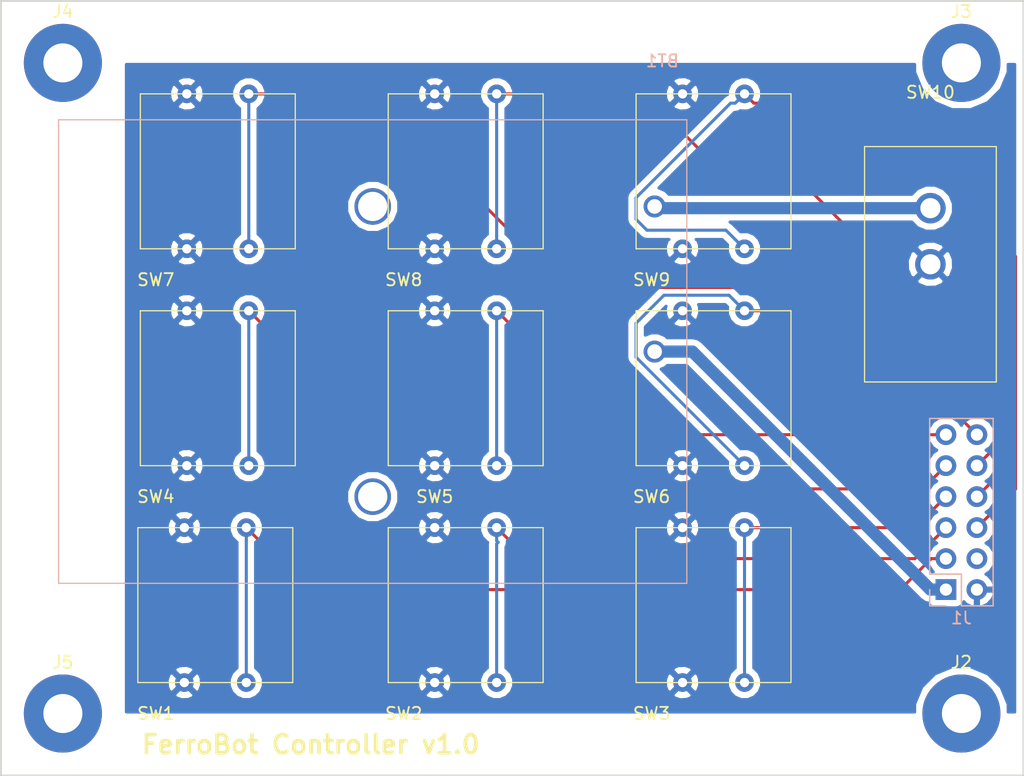
<source format=kicad_pcb>
(kicad_pcb (version 4) (host pcbnew 4.0.6)

  (general
    (links 39)
    (no_connects 18)
    (area 68.504999 111.684999 152.475001 175.335001)
    (thickness 1.6)
    (drawings 5)
    (tracks 67)
    (zones 0)
    (modules 16)
    (nets 18)
  )

  (page A4)
  (layers
    (0 F.Cu signal)
    (31 B.Cu signal)
    (32 B.Adhes user)
    (33 F.Adhes user)
    (34 B.Paste user)
    (35 F.Paste user)
    (36 B.SilkS user)
    (37 F.SilkS user)
    (38 B.Mask user)
    (39 F.Mask user)
    (40 Dwgs.User user)
    (41 Cmts.User user)
    (42 Eco1.User user)
    (43 Eco2.User user)
    (44 Edge.Cuts user)
    (45 Margin user)
    (46 B.CrtYd user)
    (47 F.CrtYd user)
    (48 B.Fab user)
    (49 F.Fab user)
  )

  (setup
    (last_trace_width 0.25)
    (trace_clearance 0.2)
    (zone_clearance 0.508)
    (zone_45_only no)
    (trace_min 0.2)
    (segment_width 0.2)
    (edge_width 0.15)
    (via_size 0.6)
    (via_drill 0.4)
    (via_min_size 0.4)
    (via_min_drill 0.3)
    (uvia_size 0.3)
    (uvia_drill 0.1)
    (uvias_allowed no)
    (uvia_min_size 0.2)
    (uvia_min_drill 0.1)
    (pcb_text_width 0.3)
    (pcb_text_size 1.5 1.5)
    (mod_edge_width 0.15)
    (mod_text_size 1 1)
    (mod_text_width 0.15)
    (pad_size 1.524 1.524)
    (pad_drill 0.762)
    (pad_to_mask_clearance 0.2)
    (aux_axis_origin 0 0)
    (visible_elements 7FFFFFFF)
    (pcbplotparams
      (layerselection 0x010f0_80000001)
      (usegerberextensions false)
      (excludeedgelayer true)
      (linewidth 0.100000)
      (plotframeref false)
      (viasonmask false)
      (mode 1)
      (useauxorigin false)
      (hpglpennumber 1)
      (hpglpenspeed 20)
      (hpglpendiameter 15)
      (hpglpenoverlay 2)
      (psnegative false)
      (psa4output false)
      (plotreference true)
      (plotvalue true)
      (plotinvisibletext false)
      (padsonsilk false)
      (subtractmaskfromsilk false)
      (outputformat 1)
      (mirror false)
      (drillshape 0)
      (scaleselection 1)
      (outputdirectory gerber))
  )

  (net 0 "")
  (net 1 BATTERY_OUT)
  (net 2 GND)
  (net 3 PWR)
  (net 4 MAGNET1)
  (net 5 "Net-(J1-Pad4)")
  (net 6 MAGNET2)
  (net 7 MAGNET9)
  (net 8 MAGNET3)
  (net 9 MAGNET8)
  (net 10 MAGNET4)
  (net 11 MAGNET7)
  (net 12 MAGNET5)
  (net 13 MAGNET6)
  (net 14 "Net-(J2-Pad1)")
  (net 15 "Net-(J3-Pad1)")
  (net 16 "Net-(J4-Pad1)")
  (net 17 "Net-(J5-Pad1)")

  (net_class Default "This is the default net class."
    (clearance 0.2)
    (trace_width 0.25)
    (via_dia 0.6)
    (via_drill 0.4)
    (uvia_dia 0.3)
    (uvia_drill 0.1)
    (add_net BATTERY_OUT)
    (add_net GND)
    (add_net MAGNET1)
    (add_net MAGNET2)
    (add_net MAGNET3)
    (add_net MAGNET4)
    (add_net MAGNET5)
    (add_net MAGNET6)
    (add_net MAGNET7)
    (add_net MAGNET8)
    (add_net MAGNET9)
    (add_net "Net-(J1-Pad4)")
    (add_net "Net-(J2-Pad1)")
    (add_net "Net-(J3-Pad1)")
    (add_net "Net-(J4-Pad1)")
    (add_net "Net-(J5-Pad1)")
    (add_net PWR)
  )

  (module WheelerLab:THREE_AAA_BATTERY_HOLDER (layer B.Cu) (tedit 5AE0EB1B) (tstamp 5AE1EF4B)
    (at 122.17 128.61)
    (path /5AE0FCB9)
    (fp_text reference BT1 (at 0.635 -11.93) (layer B.SilkS)
      (effects (font (size 1 1) (thickness 0.15)) (justify mirror))
    )
    (fp_text value Battery (at 0.635 -10.93) (layer B.Fab)
      (effects (font (size 1 1) (thickness 0.15)) (justify mirror))
    )
    (fp_line (start 2.64 30.895) (end 2.64 -7.105) (layer B.SilkS) (width 0.1))
    (fp_line (start -48.86 30.895) (end 2.64 30.895) (layer B.SilkS) (width 0.1))
    (fp_line (start -48.86 -7.105) (end -48.86 30.895) (layer B.SilkS) (width 0.1))
    (fp_line (start 2.64 -7.105) (end -48.86 -7.105) (layer B.SilkS) (width 0.1))
    (pad 1 thru_hole circle (at 0 0) (size 1.8 1.8) (drill 1.2) (layers *.Cu *.Mask)
      (net 1 BATTERY_OUT))
    (pad 2 thru_hole circle (at 0 11.9) (size 1.8 1.8) (drill 1.2) (layers *.Cu *.Mask)
      (net 2 GND))
    (pad "" np_thru_hole circle (at -23.11 0) (size 3 3) (drill 2.4) (layers *.Cu *.Mask))
    (pad "" np_thru_hole circle (at -23.11 23.79) (size 3 3) (drill 2.4) (layers *.Cu *.Mask))
  )

  (module Pin_Headers:Pin_Header_Straight_2x06_Pitch2.54mm (layer B.Cu) (tedit 59650532) (tstamp 5AE1EF5B)
    (at 146.05 160.02)
    (descr "Through hole straight pin header, 2x06, 2.54mm pitch, double rows")
    (tags "Through hole pin header THT 2x06 2.54mm double row")
    (path /5AE0E381)
    (fp_text reference J1 (at 1.27 2.33) (layer B.SilkS)
      (effects (font (size 1 1) (thickness 0.15)) (justify mirror))
    )
    (fp_text value CONN_02X06 (at 1.27 -15.03) (layer B.Fab)
      (effects (font (size 1 1) (thickness 0.15)) (justify mirror))
    )
    (fp_line (start 0 1.27) (end 3.81 1.27) (layer B.Fab) (width 0.1))
    (fp_line (start 3.81 1.27) (end 3.81 -13.97) (layer B.Fab) (width 0.1))
    (fp_line (start 3.81 -13.97) (end -1.27 -13.97) (layer B.Fab) (width 0.1))
    (fp_line (start -1.27 -13.97) (end -1.27 0) (layer B.Fab) (width 0.1))
    (fp_line (start -1.27 0) (end 0 1.27) (layer B.Fab) (width 0.1))
    (fp_line (start -1.33 -14.03) (end 3.87 -14.03) (layer B.SilkS) (width 0.12))
    (fp_line (start -1.33 -1.27) (end -1.33 -14.03) (layer B.SilkS) (width 0.12))
    (fp_line (start 3.87 1.33) (end 3.87 -14.03) (layer B.SilkS) (width 0.12))
    (fp_line (start -1.33 -1.27) (end 1.27 -1.27) (layer B.SilkS) (width 0.12))
    (fp_line (start 1.27 -1.27) (end 1.27 1.33) (layer B.SilkS) (width 0.12))
    (fp_line (start 1.27 1.33) (end 3.87 1.33) (layer B.SilkS) (width 0.12))
    (fp_line (start -1.33 0) (end -1.33 1.33) (layer B.SilkS) (width 0.12))
    (fp_line (start -1.33 1.33) (end 0 1.33) (layer B.SilkS) (width 0.12))
    (fp_line (start -1.8 1.8) (end -1.8 -14.5) (layer B.CrtYd) (width 0.05))
    (fp_line (start -1.8 -14.5) (end 4.35 -14.5) (layer B.CrtYd) (width 0.05))
    (fp_line (start 4.35 -14.5) (end 4.35 1.8) (layer B.CrtYd) (width 0.05))
    (fp_line (start 4.35 1.8) (end -1.8 1.8) (layer B.CrtYd) (width 0.05))
    (fp_text user %R (at 1.27 -6.35 270) (layer B.Fab)
      (effects (font (size 1 1) (thickness 0.15)) (justify mirror))
    )
    (pad 1 thru_hole rect (at 0 0) (size 1.7 1.7) (drill 1) (layers *.Cu *.Mask)
      (net 2 GND))
    (pad 2 thru_hole oval (at 2.54 0) (size 1.7 1.7) (drill 1) (layers *.Cu *.Mask)
      (net 3 PWR))
    (pad 3 thru_hole oval (at 0 -2.54) (size 1.7 1.7) (drill 1) (layers *.Cu *.Mask)
      (net 4 MAGNET1))
    (pad 4 thru_hole oval (at 2.54 -2.54) (size 1.7 1.7) (drill 1) (layers *.Cu *.Mask)
      (net 5 "Net-(J1-Pad4)"))
    (pad 5 thru_hole oval (at 0 -5.08) (size 1.7 1.7) (drill 1) (layers *.Cu *.Mask)
      (net 6 MAGNET2))
    (pad 6 thru_hole oval (at 2.54 -5.08) (size 1.7 1.7) (drill 1) (layers *.Cu *.Mask)
      (net 7 MAGNET9))
    (pad 7 thru_hole oval (at 0 -7.62) (size 1.7 1.7) (drill 1) (layers *.Cu *.Mask)
      (net 8 MAGNET3))
    (pad 8 thru_hole oval (at 2.54 -7.62) (size 1.7 1.7) (drill 1) (layers *.Cu *.Mask)
      (net 9 MAGNET8))
    (pad 9 thru_hole oval (at 0 -10.16) (size 1.7 1.7) (drill 1) (layers *.Cu *.Mask)
      (net 10 MAGNET4))
    (pad 10 thru_hole oval (at 2.54 -10.16) (size 1.7 1.7) (drill 1) (layers *.Cu *.Mask)
      (net 11 MAGNET7))
    (pad 11 thru_hole oval (at 0 -12.7) (size 1.7 1.7) (drill 1) (layers *.Cu *.Mask)
      (net 12 MAGNET5))
    (pad 12 thru_hole oval (at 2.54 -12.7) (size 1.7 1.7) (drill 1) (layers *.Cu *.Mask)
      (net 13 MAGNET6))
    (model ${KISYS3DMOD}/Pin_Headers.3dshapes/Pin_Header_Straight_2x06_Pitch2.54mm.wrl
      (at (xyz 0 0 0))
      (scale (xyz 1 1 1))
      (rotate (xyz 0 0 0))
    )
  )

  (module Mounting_Holes:MountingHole_3.2mm_M3_Pad (layer F.Cu) (tedit 56D1B4CB) (tstamp 5AE1EF60)
    (at 147.32 170.18)
    (descr "Mounting Hole 3.2mm, M3")
    (tags "mounting hole 3.2mm m3")
    (path /5AE1F10D)
    (attr virtual)
    (fp_text reference J2 (at 0 -4.2) (layer F.SilkS)
      (effects (font (size 1 1) (thickness 0.15)))
    )
    (fp_text value CONN_01X01 (at 0 4.2) (layer F.Fab)
      (effects (font (size 1 1) (thickness 0.15)))
    )
    (fp_text user %R (at 0.3 0) (layer F.Fab)
      (effects (font (size 1 1) (thickness 0.15)))
    )
    (fp_circle (center 0 0) (end 3.2 0) (layer Cmts.User) (width 0.15))
    (fp_circle (center 0 0) (end 3.45 0) (layer F.CrtYd) (width 0.05))
    (pad 1 thru_hole circle (at 0 0) (size 6.4 6.4) (drill 3.2) (layers *.Cu *.Mask)
      (net 14 "Net-(J2-Pad1)"))
  )

  (module Mounting_Holes:MountingHole_3.2mm_M3_Pad (layer F.Cu) (tedit 56D1B4CB) (tstamp 5AE1EF65)
    (at 147.32 116.84)
    (descr "Mounting Hole 3.2mm, M3")
    (tags "mounting hole 3.2mm m3")
    (path /5AE1F168)
    (attr virtual)
    (fp_text reference J3 (at 0 -4.2) (layer F.SilkS)
      (effects (font (size 1 1) (thickness 0.15)))
    )
    (fp_text value CONN_01X01 (at 0 4.2) (layer F.Fab)
      (effects (font (size 1 1) (thickness 0.15)))
    )
    (fp_text user %R (at 0.3 0) (layer F.Fab)
      (effects (font (size 1 1) (thickness 0.15)))
    )
    (fp_circle (center 0 0) (end 3.2 0) (layer Cmts.User) (width 0.15))
    (fp_circle (center 0 0) (end 3.45 0) (layer F.CrtYd) (width 0.05))
    (pad 1 thru_hole circle (at 0 0) (size 6.4 6.4) (drill 3.2) (layers *.Cu *.Mask)
      (net 15 "Net-(J3-Pad1)"))
  )

  (module Mounting_Holes:MountingHole_3.2mm_M3_Pad (layer F.Cu) (tedit 56D1B4CB) (tstamp 5AE1EF6A)
    (at 73.66 116.84)
    (descr "Mounting Hole 3.2mm, M3")
    (tags "mounting hole 3.2mm m3")
    (path /5AE1F197)
    (attr virtual)
    (fp_text reference J4 (at 0 -4.2) (layer F.SilkS)
      (effects (font (size 1 1) (thickness 0.15)))
    )
    (fp_text value CONN_01X01 (at 0 4.2) (layer F.Fab)
      (effects (font (size 1 1) (thickness 0.15)))
    )
    (fp_text user %R (at 0.3 0) (layer F.Fab)
      (effects (font (size 1 1) (thickness 0.15)))
    )
    (fp_circle (center 0 0) (end 3.2 0) (layer Cmts.User) (width 0.15))
    (fp_circle (center 0 0) (end 3.45 0) (layer F.CrtYd) (width 0.05))
    (pad 1 thru_hole circle (at 0 0) (size 6.4 6.4) (drill 3.2) (layers *.Cu *.Mask)
      (net 16 "Net-(J4-Pad1)"))
  )

  (module Mounting_Holes:MountingHole_3.2mm_M3_Pad (layer F.Cu) (tedit 56D1B4CB) (tstamp 5AE1EF6F)
    (at 73.66 170.18)
    (descr "Mounting Hole 3.2mm, M3")
    (tags "mounting hole 3.2mm m3")
    (path /5AE1F208)
    (attr virtual)
    (fp_text reference J5 (at 0 -4.2) (layer F.SilkS)
      (effects (font (size 1 1) (thickness 0.15)))
    )
    (fp_text value CONN_01X01 (at 0 4.2) (layer F.Fab)
      (effects (font (size 1 1) (thickness 0.15)))
    )
    (fp_text user %R (at 0.3 0) (layer F.Fab)
      (effects (font (size 1 1) (thickness 0.15)))
    )
    (fp_circle (center 0 0) (end 3.2 0) (layer Cmts.User) (width 0.15))
    (fp_circle (center 0 0) (end 3.45 0) (layer F.CrtYd) (width 0.05))
    (pad 1 thru_hole circle (at 0 0) (size 6.4 6.4) (drill 3.2) (layers *.Cu *.Mask)
      (net 17 "Net-(J5-Pad1)"))
  )

  (module WheelerLab:ADAFRUIT_SQUARE_BUTTON (layer F.Cu) (tedit 5AE1EA21) (tstamp 5AE1EF7B)
    (at 86.1568 167.64)
    (path /5AE0E504)
    (fp_text reference SW1 (at -4.8768 2.54) (layer F.SilkS)
      (effects (font (size 1 1) (thickness 0.15)))
    )
    (fp_text value Button (at 0 2.54) (layer F.Fab)
      (effects (font (size 1 1) (thickness 0.15)))
    )
    (fp_line (start 6.35 -12.7) (end 6.35 0) (layer F.SilkS) (width 0.1))
    (fp_line (start -6.35 -12.7) (end 6.35 -12.7) (layer F.SilkS) (width 0.1))
    (fp_line (start -6.35 0) (end -6.35 -12.7) (layer F.SilkS) (width 0.1))
    (fp_line (start 6.35 0) (end -6.35 0) (layer F.SilkS) (width 0.1))
    (pad 1 thru_hole circle (at -2.54 0) (size 1.524 1.524) (drill 0.762) (layers *.Cu *.Mask)
      (net 3 PWR))
    (pad 2 thru_hole circle (at 2.54 0) (size 1.524 1.524) (drill 0.762) (layers *.Cu *.Mask)
      (net 4 MAGNET1))
    (pad 3 thru_hole circle (at 2.54 -12.7) (size 1.524 1.524) (drill 0.762) (layers *.Cu *.Mask)
      (net 4 MAGNET1))
    (pad 4 thru_hole circle (at -2.54 -12.7) (size 1.524 1.524) (drill 0.762) (layers *.Cu *.Mask)
      (net 3 PWR))
  )

  (module WheelerLab:ADAFRUIT_SQUARE_BUTTON (layer F.Cu) (tedit 5AE1EA21) (tstamp 5AE1EF87)
    (at 106.68 167.64)
    (path /5AE0E571)
    (fp_text reference SW2 (at -5.08 2.54) (layer F.SilkS)
      (effects (font (size 1 1) (thickness 0.15)))
    )
    (fp_text value Button (at 0 2.54) (layer F.Fab)
      (effects (font (size 1 1) (thickness 0.15)))
    )
    (fp_line (start 6.35 -12.7) (end 6.35 0) (layer F.SilkS) (width 0.1))
    (fp_line (start -6.35 -12.7) (end 6.35 -12.7) (layer F.SilkS) (width 0.1))
    (fp_line (start -6.35 0) (end -6.35 -12.7) (layer F.SilkS) (width 0.1))
    (fp_line (start 6.35 0) (end -6.35 0) (layer F.SilkS) (width 0.1))
    (pad 1 thru_hole circle (at -2.54 0) (size 1.524 1.524) (drill 0.762) (layers *.Cu *.Mask)
      (net 3 PWR))
    (pad 2 thru_hole circle (at 2.54 0) (size 1.524 1.524) (drill 0.762) (layers *.Cu *.Mask)
      (net 6 MAGNET2))
    (pad 3 thru_hole circle (at 2.54 -12.7) (size 1.524 1.524) (drill 0.762) (layers *.Cu *.Mask)
      (net 6 MAGNET2))
    (pad 4 thru_hole circle (at -2.54 -12.7) (size 1.524 1.524) (drill 0.762) (layers *.Cu *.Mask)
      (net 3 PWR))
  )

  (module WheelerLab:ADAFRUIT_SQUARE_BUTTON (layer F.Cu) (tedit 5AE1EA21) (tstamp 5AE1EF93)
    (at 127 167.64)
    (path /5AE0E5D8)
    (fp_text reference SW3 (at -5.08 2.54) (layer F.SilkS)
      (effects (font (size 1 1) (thickness 0.15)))
    )
    (fp_text value Button (at 0 2.54) (layer F.Fab)
      (effects (font (size 1 1) (thickness 0.15)))
    )
    (fp_line (start 6.35 -12.7) (end 6.35 0) (layer F.SilkS) (width 0.1))
    (fp_line (start -6.35 -12.7) (end 6.35 -12.7) (layer F.SilkS) (width 0.1))
    (fp_line (start -6.35 0) (end -6.35 -12.7) (layer F.SilkS) (width 0.1))
    (fp_line (start 6.35 0) (end -6.35 0) (layer F.SilkS) (width 0.1))
    (pad 1 thru_hole circle (at -2.54 0) (size 1.524 1.524) (drill 0.762) (layers *.Cu *.Mask)
      (net 3 PWR))
    (pad 2 thru_hole circle (at 2.54 0) (size 1.524 1.524) (drill 0.762) (layers *.Cu *.Mask)
      (net 8 MAGNET3))
    (pad 3 thru_hole circle (at 2.54 -12.7) (size 1.524 1.524) (drill 0.762) (layers *.Cu *.Mask)
      (net 8 MAGNET3))
    (pad 4 thru_hole circle (at -2.54 -12.7) (size 1.524 1.524) (drill 0.762) (layers *.Cu *.Mask)
      (net 3 PWR))
  )

  (module WheelerLab:ADAFRUIT_SQUARE_BUTTON (layer F.Cu) (tedit 5AE1EA21) (tstamp 5AE1EF9F)
    (at 86.36 149.86)
    (path /5AE0E9DE)
    (fp_text reference SW4 (at -5.08 2.54) (layer F.SilkS)
      (effects (font (size 1 1) (thickness 0.15)))
    )
    (fp_text value Button (at 0 2.54) (layer F.Fab)
      (effects (font (size 1 1) (thickness 0.15)))
    )
    (fp_line (start 6.35 -12.7) (end 6.35 0) (layer F.SilkS) (width 0.1))
    (fp_line (start -6.35 -12.7) (end 6.35 -12.7) (layer F.SilkS) (width 0.1))
    (fp_line (start -6.35 0) (end -6.35 -12.7) (layer F.SilkS) (width 0.1))
    (fp_line (start 6.35 0) (end -6.35 0) (layer F.SilkS) (width 0.1))
    (pad 1 thru_hole circle (at -2.54 0) (size 1.524 1.524) (drill 0.762) (layers *.Cu *.Mask)
      (net 3 PWR))
    (pad 2 thru_hole circle (at 2.54 0) (size 1.524 1.524) (drill 0.762) (layers *.Cu *.Mask)
      (net 10 MAGNET4))
    (pad 3 thru_hole circle (at 2.54 -12.7) (size 1.524 1.524) (drill 0.762) (layers *.Cu *.Mask)
      (net 10 MAGNET4))
    (pad 4 thru_hole circle (at -2.54 -12.7) (size 1.524 1.524) (drill 0.762) (layers *.Cu *.Mask)
      (net 3 PWR))
  )

  (module WheelerLab:ADAFRUIT_SQUARE_BUTTON (layer F.Cu) (tedit 5AE1EA21) (tstamp 5AE1EFAB)
    (at 106.68 149.86)
    (path /5AE0E9E4)
    (fp_text reference SW5 (at -2.54 2.54) (layer F.SilkS)
      (effects (font (size 1 1) (thickness 0.15)))
    )
    (fp_text value Button (at 2.54 2.54) (layer F.Fab)
      (effects (font (size 1 1) (thickness 0.15)))
    )
    (fp_line (start 6.35 -12.7) (end 6.35 0) (layer F.SilkS) (width 0.1))
    (fp_line (start -6.35 -12.7) (end 6.35 -12.7) (layer F.SilkS) (width 0.1))
    (fp_line (start -6.35 0) (end -6.35 -12.7) (layer F.SilkS) (width 0.1))
    (fp_line (start 6.35 0) (end -6.35 0) (layer F.SilkS) (width 0.1))
    (pad 1 thru_hole circle (at -2.54 0) (size 1.524 1.524) (drill 0.762) (layers *.Cu *.Mask)
      (net 3 PWR))
    (pad 2 thru_hole circle (at 2.54 0) (size 1.524 1.524) (drill 0.762) (layers *.Cu *.Mask)
      (net 12 MAGNET5))
    (pad 3 thru_hole circle (at 2.54 -12.7) (size 1.524 1.524) (drill 0.762) (layers *.Cu *.Mask)
      (net 12 MAGNET5))
    (pad 4 thru_hole circle (at -2.54 -12.7) (size 1.524 1.524) (drill 0.762) (layers *.Cu *.Mask)
      (net 3 PWR))
  )

  (module WheelerLab:ADAFRUIT_SQUARE_BUTTON (layer F.Cu) (tedit 5AE1EA21) (tstamp 5AE1EFB7)
    (at 127 149.86)
    (path /5AE0E9EA)
    (fp_text reference SW6 (at -5.08 2.54) (layer F.SilkS)
      (effects (font (size 1 1) (thickness 0.15)))
    )
    (fp_text value Button (at 0 2.54) (layer F.Fab)
      (effects (font (size 1 1) (thickness 0.15)))
    )
    (fp_line (start 6.35 -12.7) (end 6.35 0) (layer F.SilkS) (width 0.1))
    (fp_line (start -6.35 -12.7) (end 6.35 -12.7) (layer F.SilkS) (width 0.1))
    (fp_line (start -6.35 0) (end -6.35 -12.7) (layer F.SilkS) (width 0.1))
    (fp_line (start 6.35 0) (end -6.35 0) (layer F.SilkS) (width 0.1))
    (pad 1 thru_hole circle (at -2.54 0) (size 1.524 1.524) (drill 0.762) (layers *.Cu *.Mask)
      (net 3 PWR))
    (pad 2 thru_hole circle (at 2.54 0) (size 1.524 1.524) (drill 0.762) (layers *.Cu *.Mask)
      (net 13 MAGNET6))
    (pad 3 thru_hole circle (at 2.54 -12.7) (size 1.524 1.524) (drill 0.762) (layers *.Cu *.Mask)
      (net 13 MAGNET6))
    (pad 4 thru_hole circle (at -2.54 -12.7) (size 1.524 1.524) (drill 0.762) (layers *.Cu *.Mask)
      (net 3 PWR))
  )

  (module WheelerLab:ADAFRUIT_SQUARE_BUTTON (layer F.Cu) (tedit 5AE1EA21) (tstamp 5AE1EFC3)
    (at 86.36 132.08)
    (path /5AE0EA9A)
    (fp_text reference SW7 (at -5.08 2.54) (layer F.SilkS)
      (effects (font (size 1 1) (thickness 0.15)))
    )
    (fp_text value Button (at 0 2.54) (layer F.Fab)
      (effects (font (size 1 1) (thickness 0.15)))
    )
    (fp_line (start 6.35 -12.7) (end 6.35 0) (layer F.SilkS) (width 0.1))
    (fp_line (start -6.35 -12.7) (end 6.35 -12.7) (layer F.SilkS) (width 0.1))
    (fp_line (start -6.35 0) (end -6.35 -12.7) (layer F.SilkS) (width 0.1))
    (fp_line (start 6.35 0) (end -6.35 0) (layer F.SilkS) (width 0.1))
    (pad 1 thru_hole circle (at -2.54 0) (size 1.524 1.524) (drill 0.762) (layers *.Cu *.Mask)
      (net 3 PWR))
    (pad 2 thru_hole circle (at 2.54 0) (size 1.524 1.524) (drill 0.762) (layers *.Cu *.Mask)
      (net 11 MAGNET7))
    (pad 3 thru_hole circle (at 2.54 -12.7) (size 1.524 1.524) (drill 0.762) (layers *.Cu *.Mask)
      (net 11 MAGNET7))
    (pad 4 thru_hole circle (at -2.54 -12.7) (size 1.524 1.524) (drill 0.762) (layers *.Cu *.Mask)
      (net 3 PWR))
  )

  (module WheelerLab:ADAFRUIT_SQUARE_BUTTON (layer F.Cu) (tedit 5AE1EA21) (tstamp 5AE1EFCF)
    (at 106.68 132.08)
    (path /5AE0EAA0)
    (fp_text reference SW8 (at -5.08 2.54) (layer F.SilkS)
      (effects (font (size 1 1) (thickness 0.15)))
    )
    (fp_text value Button (at 0 2.54) (layer F.Fab)
      (effects (font (size 1 1) (thickness 0.15)))
    )
    (fp_line (start 6.35 -12.7) (end 6.35 0) (layer F.SilkS) (width 0.1))
    (fp_line (start -6.35 -12.7) (end 6.35 -12.7) (layer F.SilkS) (width 0.1))
    (fp_line (start -6.35 0) (end -6.35 -12.7) (layer F.SilkS) (width 0.1))
    (fp_line (start 6.35 0) (end -6.35 0) (layer F.SilkS) (width 0.1))
    (pad 1 thru_hole circle (at -2.54 0) (size 1.524 1.524) (drill 0.762) (layers *.Cu *.Mask)
      (net 3 PWR))
    (pad 2 thru_hole circle (at 2.54 0) (size 1.524 1.524) (drill 0.762) (layers *.Cu *.Mask)
      (net 9 MAGNET8))
    (pad 3 thru_hole circle (at 2.54 -12.7) (size 1.524 1.524) (drill 0.762) (layers *.Cu *.Mask)
      (net 9 MAGNET8))
    (pad 4 thru_hole circle (at -2.54 -12.7) (size 1.524 1.524) (drill 0.762) (layers *.Cu *.Mask)
      (net 3 PWR))
  )

  (module WheelerLab:ADAFRUIT_SQUARE_BUTTON (layer F.Cu) (tedit 5AE1EA21) (tstamp 5AE1EFDB)
    (at 127 132.08)
    (path /5AE0EAA6)
    (fp_text reference SW9 (at -5.08 2.54) (layer F.SilkS)
      (effects (font (size 1 1) (thickness 0.15)))
    )
    (fp_text value Button (at 0 2.54) (layer F.Fab)
      (effects (font (size 1 1) (thickness 0.15)))
    )
    (fp_line (start 6.35 -12.7) (end 6.35 0) (layer F.SilkS) (width 0.1))
    (fp_line (start -6.35 -12.7) (end 6.35 -12.7) (layer F.SilkS) (width 0.1))
    (fp_line (start -6.35 0) (end -6.35 -12.7) (layer F.SilkS) (width 0.1))
    (fp_line (start 6.35 0) (end -6.35 0) (layer F.SilkS) (width 0.1))
    (pad 1 thru_hole circle (at -2.54 0) (size 1.524 1.524) (drill 0.762) (layers *.Cu *.Mask)
      (net 3 PWR))
    (pad 2 thru_hole circle (at 2.54 0) (size 1.524 1.524) (drill 0.762) (layers *.Cu *.Mask)
      (net 7 MAGNET9))
    (pad 3 thru_hole circle (at 2.54 -12.7) (size 1.524 1.524) (drill 0.762) (layers *.Cu *.Mask)
      (net 7 MAGNET9))
    (pad 4 thru_hole circle (at -2.54 -12.7) (size 1.524 1.524) (drill 0.762) (layers *.Cu *.Mask)
      (net 3 PWR))
  )

  (module WheelerLab:L101_Switch (layer F.Cu) (tedit 5AE0C6BF) (tstamp 5AE1EFE1)
    (at 144.78 123.7 180)
    (path /5AE0F7D7)
    (fp_text reference SW10 (at 0 4.445 180) (layer F.SilkS)
      (effects (font (size 1 1) (thickness 0.15)))
    )
    (fp_text value SW_DIP_x01 (at 0 3.175 180) (layer F.Fab)
      (effects (font (size 1 1) (thickness 0.15)))
    )
    (fp_line (start 5.4 -19.3) (end -5.4 -19.3) (layer F.SilkS) (width 0.1))
    (fp_line (start 5.4 0) (end 5.4 -19.3) (layer F.SilkS) (width 0.1))
    (fp_line (start -5.4 0) (end 5.4 0) (layer F.SilkS) (width 0.1))
    (fp_line (start -5.4 -19.3) (end -5.4 0) (layer F.SilkS) (width 0.1))
    (pad 1 thru_hole circle (at 0 -5.05 180) (size 2.5 2.5) (drill 1.65) (layers *.Cu *.Mask)
      (net 1 BATTERY_OUT))
    (pad 2 thru_hole circle (at 0 -9.65 180) (size 2.5 2.5) (drill 1.65) (layers *.Cu *.Mask)
      (net 3 PWR))
  )

  (gr_text "FerroBot Controller v1.0" (at 93.98 172.72) (layer F.SilkS)
    (effects (font (size 1.5 1.5) (thickness 0.3)))
  )
  (gr_line (start 152.4 175.26) (end 152.4 111.76) (layer Edge.Cuts) (width 0.15))
  (gr_line (start 68.58 175.26) (end 152.4 175.26) (layer Edge.Cuts) (width 0.15))
  (gr_line (start 68.58 111.76) (end 68.58 175.26) (layer Edge.Cuts) (width 0.15))
  (gr_line (start 152.4 111.76) (end 68.58 111.76) (layer Edge.Cuts) (width 0.15))

  (segment (start 144.78 128.75) (end 122.31 128.75) (width 1) (layer B.Cu) (net 1))
  (segment (start 146.05 160.02) (end 144.78 160.02) (width 1) (layer B.Cu) (net 2))
  (segment (start 144.78 160.02) (end 125.27 140.51) (width 1) (layer B.Cu) (net 2))
  (segment (start 125.27 140.51) (end 122.17 140.51) (width 1) (layer B.Cu) (net 2))
  (segment (start 88.6968 154.94) (end 88.6968 156.01763) (width 0.25) (layer B.Cu) (net 4))
  (segment (start 88.6968 156.01763) (end 88.6968 167.64) (width 0.25) (layer B.Cu) (net 4))
  (segment (start 88.6968 154.94) (end 93.7768 160.02) (width 0.25) (layer F.Cu) (net 4))
  (segment (start 93.7768 160.02) (end 142.307919 160.02) (width 0.25) (layer F.Cu) (net 4))
  (segment (start 142.307919 160.02) (end 144.847919 157.48) (width 0.25) (layer F.Cu) (net 4))
  (segment (start 144.847919 157.48) (end 146.05 157.48) (width 0.25) (layer F.Cu) (net 4))
  (segment (start 109.347 156.14463) (end 109.22 156.27163) (width 0.25) (layer B.Cu) (net 6))
  (segment (start 109.22 156.27163) (end 109.22 167.64) (width 0.25) (layer B.Cu) (net 6))
  (segment (start 109.22 154.94) (end 109.22 156.01763) (width 0.25) (layer B.Cu) (net 6))
  (segment (start 109.22 156.01763) (end 109.347 156.14463) (width 0.25) (layer B.Cu) (net 6))
  (segment (start 109.22 154.94) (end 111.76 157.48) (width 0.25) (layer F.Cu) (net 6))
  (segment (start 111.76 157.48) (end 143.51 157.48) (width 0.25) (layer F.Cu) (net 6))
  (segment (start 143.51 157.48) (end 145.200001 155.789999) (width 0.25) (layer F.Cu) (net 6))
  (segment (start 145.200001 155.789999) (end 146.05 154.94) (width 0.25) (layer F.Cu) (net 6))
  (segment (start 129.54 132.08) (end 128.016 130.556) (width 0.25) (layer B.Cu) (net 7))
  (segment (start 128.016 130.556) (end 121.539 130.556) (width 0.25) (layer B.Cu) (net 7))
  (segment (start 121.539 130.556) (end 120.65 129.667) (width 0.25) (layer B.Cu) (net 7))
  (segment (start 120.65 129.667) (end 120.65 127.889) (width 0.25) (layer B.Cu) (net 7))
  (segment (start 120.65 127.889) (end 128.397001 120.141999) (width 0.25) (layer B.Cu) (net 7))
  (segment (start 128.778001 120.141999) (end 129.54 119.38) (width 0.25) (layer B.Cu) (net 7))
  (segment (start 128.397001 120.141999) (end 128.778001 120.141999) (width 0.25) (layer B.Cu) (net 7))
  (segment (start 129.54 119.38) (end 130.301999 120.141999) (width 0.25) (layer F.Cu) (net 7))
  (segment (start 130.301999 120.141999) (end 139.191999 120.141999) (width 0.25) (layer F.Cu) (net 7))
  (segment (start 151.765 132.715) (end 151.765 151.765) (width 0.25) (layer F.Cu) (net 7))
  (segment (start 139.191999 120.141999) (end 151.765 132.715) (width 0.25) (layer F.Cu) (net 7))
  (segment (start 151.765 151.765) (end 148.59 154.94) (width 0.25) (layer F.Cu) (net 7))
  (segment (start 129.54 154.94) (end 129.54 167.64) (width 0.25) (layer B.Cu) (net 8))
  (segment (start 129.54 154.94) (end 143.51 154.94) (width 0.25) (layer F.Cu) (net 8))
  (segment (start 143.51 154.94) (end 146.05 152.4) (width 0.25) (layer F.Cu) (net 8))
  (segment (start 109.22 132.08) (end 109.22 131.00237) (width 0.25) (layer B.Cu) (net 9))
  (segment (start 109.22 131.00237) (end 109.22 119.38) (width 0.25) (layer B.Cu) (net 9))
  (segment (start 109.22 119.38) (end 121.28641 119.38) (width 0.25) (layer F.Cu) (net 9))
  (segment (start 121.28641 119.38) (end 127.00141 125.095) (width 0.25) (layer F.Cu) (net 9))
  (segment (start 127.00141 125.095) (end 132.715 125.095) (width 0.25) (layer F.Cu) (net 9))
  (segment (start 132.715 125.095) (end 151.13 143.51) (width 0.25) (layer F.Cu) (net 9))
  (segment (start 151.13 143.51) (end 151.13 149.86) (width 0.25) (layer F.Cu) (net 9))
  (segment (start 151.13 149.86) (end 149.439999 151.550001) (width 0.25) (layer F.Cu) (net 9))
  (segment (start 149.439999 151.550001) (end 148.59 152.4) (width 0.25) (layer F.Cu) (net 9))
  (segment (start 88.9 149.86) (end 88.9 137.16) (width 0.25) (layer B.Cu) (net 10))
  (segment (start 88.9 137.16) (end 103.505 151.765) (width 0.25) (layer F.Cu) (net 10))
  (segment (start 103.505 151.765) (end 144.145 151.765) (width 0.25) (layer F.Cu) (net 10))
  (segment (start 144.145 151.765) (end 145.200001 150.709999) (width 0.25) (layer F.Cu) (net 10))
  (segment (start 145.200001 150.709999) (end 146.05 149.86) (width 0.25) (layer F.Cu) (net 10))
  (segment (start 88.9 132.08) (end 88.9 131.00237) (width 0.25) (layer B.Cu) (net 11))
  (segment (start 88.9 131.00237) (end 88.9 119.38) (width 0.25) (layer B.Cu) (net 11))
  (segment (start 88.9 119.38) (end 99.06 119.38) (width 0.25) (layer F.Cu) (net 11))
  (segment (start 99.06 119.38) (end 114.935 135.255) (width 0.25) (layer F.Cu) (net 11))
  (segment (start 114.935 135.255) (end 139.065 135.255) (width 0.25) (layer F.Cu) (net 11))
  (segment (start 150.495 146.685) (end 150.495 147.955) (width 0.25) (layer F.Cu) (net 11))
  (segment (start 150.495 147.955) (end 149.439999 149.010001) (width 0.25) (layer F.Cu) (net 11))
  (segment (start 139.065 135.255) (end 150.495 146.685) (width 0.25) (layer F.Cu) (net 11))
  (segment (start 149.439999 149.010001) (end 148.59 149.86) (width 0.25) (layer F.Cu) (net 11))
  (segment (start 109.22 149.86) (end 109.22 137.16) (width 0.25) (layer B.Cu) (net 12))
  (segment (start 109.22 137.16) (end 119.38 147.32) (width 0.25) (layer F.Cu) (net 12))
  (segment (start 119.38 147.32) (end 146.05 147.32) (width 0.25) (layer F.Cu) (net 12))
  (segment (start 129.54 149.86) (end 120.65 140.97) (width 0.25) (layer B.Cu) (net 13))
  (segment (start 120.65 140.97) (end 120.65 138.176) (width 0.25) (layer B.Cu) (net 13))
  (segment (start 120.65 138.176) (end 122.936 135.89) (width 0.25) (layer B.Cu) (net 13))
  (segment (start 128.27 135.89) (end 128.778001 136.398001) (width 0.25) (layer B.Cu) (net 13))
  (segment (start 122.936 135.89) (end 128.27 135.89) (width 0.25) (layer B.Cu) (net 13))
  (segment (start 128.778001 136.398001) (end 129.54 137.16) (width 0.25) (layer B.Cu) (net 13))
  (segment (start 129.54 137.16) (end 138.43 137.16) (width 0.25) (layer F.Cu) (net 13))
  (segment (start 138.43 137.16) (end 148.59 147.32) (width 0.25) (layer F.Cu) (net 13))

  (zone (net 3) (net_name PWR) (layer B.Cu) (tstamp 0) (hatch edge 0.508)
    (connect_pads (clearance 0.508))
    (min_thickness 0.254)
    (fill yes (arc_segments 16) (thermal_gap 0.508) (thermal_bridge_width 0.508))
    (polygon
      (pts
        (xy 78.74 116.84) (xy 152.4 116.84) (xy 152.4 170.18) (xy 78.74 170.18)
      )
    )
    (filled_polygon
      (pts
        (xy 143.484336 117.599482) (xy 144.06695 119.009515) (xy 145.144811 120.089259) (xy 146.553825 120.674333) (xy 148.079482 120.675664)
        (xy 149.489515 120.09305) (xy 150.569259 119.015189) (xy 151.154333 117.606175) (xy 151.154891 116.967) (xy 151.69 116.967)
        (xy 151.69 170.053) (xy 151.155112 170.053) (xy 151.155664 169.420518) (xy 150.57305 168.010485) (xy 149.495189 166.930741)
        (xy 148.086175 166.345667) (xy 146.560518 166.344336) (xy 145.150485 166.92695) (xy 144.070741 168.004811) (xy 143.485667 169.413825)
        (xy 143.485109 170.053) (xy 78.867 170.053) (xy 78.867 168.620213) (xy 82.816192 168.620213) (xy 82.885657 168.862397)
        (xy 83.409102 169.049144) (xy 83.964168 169.021362) (xy 84.347943 168.862397) (xy 84.417408 168.620213) (xy 83.6168 167.819605)
        (xy 82.816192 168.620213) (xy 78.867 168.620213) (xy 78.867 167.432302) (xy 82.207656 167.432302) (xy 82.235438 167.987368)
        (xy 82.394403 168.371143) (xy 82.636587 168.440608) (xy 83.437195 167.64) (xy 83.796405 167.64) (xy 84.597013 168.440608)
        (xy 84.839197 168.371143) (xy 85.025944 167.847698) (xy 84.998162 167.292632) (xy 84.839197 166.908857) (xy 84.597013 166.839392)
        (xy 83.796405 167.64) (xy 83.437195 167.64) (xy 82.636587 166.839392) (xy 82.394403 166.908857) (xy 82.207656 167.432302)
        (xy 78.867 167.432302) (xy 78.867 166.659787) (xy 82.816192 166.659787) (xy 83.6168 167.460395) (xy 84.417408 166.659787)
        (xy 84.347943 166.417603) (xy 83.824498 166.230856) (xy 83.269432 166.258638) (xy 82.885657 166.417603) (xy 82.816192 166.659787)
        (xy 78.867 166.659787) (xy 78.867 155.920213) (xy 82.816192 155.920213) (xy 82.885657 156.162397) (xy 83.409102 156.349144)
        (xy 83.964168 156.321362) (xy 84.347943 156.162397) (xy 84.417408 155.920213) (xy 83.6168 155.119605) (xy 82.816192 155.920213)
        (xy 78.867 155.920213) (xy 78.867 154.732302) (xy 82.207656 154.732302) (xy 82.235438 155.287368) (xy 82.394403 155.671143)
        (xy 82.636587 155.740608) (xy 83.437195 154.94) (xy 83.796405 154.94) (xy 84.597013 155.740608) (xy 84.839197 155.671143)
        (xy 85.00134 155.216661) (xy 87.299558 155.216661) (xy 87.51179 155.730303) (xy 87.90443 156.123629) (xy 87.9368 156.13707)
        (xy 87.9368 166.442469) (xy 87.906497 166.45499) (xy 87.513171 166.84763) (xy 87.300043 167.3609) (xy 87.299558 167.916661)
        (xy 87.51179 168.430303) (xy 87.90443 168.823629) (xy 88.4177 169.036757) (xy 88.973461 169.037242) (xy 89.487103 168.82501)
        (xy 89.692257 168.620213) (xy 103.339392 168.620213) (xy 103.408857 168.862397) (xy 103.932302 169.049144) (xy 104.487368 169.021362)
        (xy 104.871143 168.862397) (xy 104.940608 168.620213) (xy 104.14 167.819605) (xy 103.339392 168.620213) (xy 89.692257 168.620213)
        (xy 89.880429 168.43237) (xy 90.093557 167.9191) (xy 90.093981 167.432302) (xy 102.730856 167.432302) (xy 102.758638 167.987368)
        (xy 102.917603 168.371143) (xy 103.159787 168.440608) (xy 103.960395 167.64) (xy 104.319605 167.64) (xy 105.120213 168.440608)
        (xy 105.362397 168.371143) (xy 105.549144 167.847698) (xy 105.521362 167.292632) (xy 105.362397 166.908857) (xy 105.120213 166.839392)
        (xy 104.319605 167.64) (xy 103.960395 167.64) (xy 103.159787 166.839392) (xy 102.917603 166.908857) (xy 102.730856 167.432302)
        (xy 90.093981 167.432302) (xy 90.094042 167.363339) (xy 89.88181 166.849697) (xy 89.692232 166.659787) (xy 103.339392 166.659787)
        (xy 104.14 167.460395) (xy 104.940608 166.659787) (xy 104.871143 166.417603) (xy 104.347698 166.230856) (xy 103.792632 166.258638)
        (xy 103.408857 166.417603) (xy 103.339392 166.659787) (xy 89.692232 166.659787) (xy 89.48917 166.456371) (xy 89.4568 166.44293)
        (xy 89.4568 156.137531) (xy 89.487103 156.12501) (xy 89.692257 155.920213) (xy 103.339392 155.920213) (xy 103.408857 156.162397)
        (xy 103.932302 156.349144) (xy 104.487368 156.321362) (xy 104.871143 156.162397) (xy 104.940608 155.920213) (xy 104.14 155.119605)
        (xy 103.339392 155.920213) (xy 89.692257 155.920213) (xy 89.880429 155.73237) (xy 90.093557 155.2191) (xy 90.093981 154.732302)
        (xy 102.730856 154.732302) (xy 102.758638 155.287368) (xy 102.917603 155.671143) (xy 103.159787 155.740608) (xy 103.960395 154.94)
        (xy 104.319605 154.94) (xy 105.120213 155.740608) (xy 105.362397 155.671143) (xy 105.52454 155.216661) (xy 107.822758 155.216661)
        (xy 108.03499 155.730303) (xy 108.42763 156.123629) (xy 108.484724 156.147336) (xy 108.46 156.27163) (xy 108.46 166.442469)
        (xy 108.429697 166.45499) (xy 108.036371 166.84763) (xy 107.823243 167.3609) (xy 107.822758 167.916661) (xy 108.03499 168.430303)
        (xy 108.42763 168.823629) (xy 108.9409 169.036757) (xy 109.496661 169.037242) (xy 110.010303 168.82501) (xy 110.215457 168.620213)
        (xy 123.659392 168.620213) (xy 123.728857 168.862397) (xy 124.252302 169.049144) (xy 124.807368 169.021362) (xy 125.191143 168.862397)
        (xy 125.260608 168.620213) (xy 124.46 167.819605) (xy 123.659392 168.620213) (xy 110.215457 168.620213) (xy 110.403629 168.43237)
        (xy 110.616757 167.9191) (xy 110.617181 167.432302) (xy 123.050856 167.432302) (xy 123.078638 167.987368) (xy 123.237603 168.371143)
        (xy 123.479787 168.440608) (xy 124.280395 167.64) (xy 124.639605 167.64) (xy 125.440213 168.440608) (xy 125.682397 168.371143)
        (xy 125.869144 167.847698) (xy 125.841362 167.292632) (xy 125.682397 166.908857) (xy 125.440213 166.839392) (xy 124.639605 167.64)
        (xy 124.280395 167.64) (xy 123.479787 166.839392) (xy 123.237603 166.908857) (xy 123.050856 167.432302) (xy 110.617181 167.432302)
        (xy 110.617242 167.363339) (xy 110.40501 166.849697) (xy 110.215432 166.659787) (xy 123.659392 166.659787) (xy 124.46 167.460395)
        (xy 125.260608 166.659787) (xy 125.191143 166.417603) (xy 124.667698 166.230856) (xy 124.112632 166.258638) (xy 123.728857 166.417603)
        (xy 123.659392 166.659787) (xy 110.215432 166.659787) (xy 110.01237 166.456371) (xy 109.98 166.44293) (xy 109.98 156.538957)
        (xy 110.049148 156.435469) (xy 110.107 156.14463) (xy 110.087724 156.047724) (xy 110.215457 155.920213) (xy 123.659392 155.920213)
        (xy 123.728857 156.162397) (xy 124.252302 156.349144) (xy 124.807368 156.321362) (xy 125.191143 156.162397) (xy 125.260608 155.920213)
        (xy 124.46 155.119605) (xy 123.659392 155.920213) (xy 110.215457 155.920213) (xy 110.403629 155.73237) (xy 110.616757 155.2191)
        (xy 110.617181 154.732302) (xy 123.050856 154.732302) (xy 123.078638 155.287368) (xy 123.237603 155.671143) (xy 123.479787 155.740608)
        (xy 124.280395 154.94) (xy 124.639605 154.94) (xy 125.440213 155.740608) (xy 125.682397 155.671143) (xy 125.84454 155.216661)
        (xy 128.142758 155.216661) (xy 128.35499 155.730303) (xy 128.74763 156.123629) (xy 128.78 156.13707) (xy 128.78 166.442469)
        (xy 128.749697 166.45499) (xy 128.356371 166.84763) (xy 128.143243 167.3609) (xy 128.142758 167.916661) (xy 128.35499 168.430303)
        (xy 128.74763 168.823629) (xy 129.2609 169.036757) (xy 129.816661 169.037242) (xy 130.330303 168.82501) (xy 130.723629 168.43237)
        (xy 130.936757 167.9191) (xy 130.937242 167.363339) (xy 130.72501 166.849697) (xy 130.33237 166.456371) (xy 130.3 166.44293)
        (xy 130.3 156.137531) (xy 130.330303 156.12501) (xy 130.723629 155.73237) (xy 130.936757 155.2191) (xy 130.937242 154.663339)
        (xy 130.72501 154.149697) (xy 130.33237 153.756371) (xy 129.8191 153.543243) (xy 129.263339 153.542758) (xy 128.749697 153.75499)
        (xy 128.356371 154.14763) (xy 128.143243 154.6609) (xy 128.142758 155.216661) (xy 125.84454 155.216661) (xy 125.869144 155.147698)
        (xy 125.841362 154.592632) (xy 125.682397 154.208857) (xy 125.440213 154.139392) (xy 124.639605 154.94) (xy 124.280395 154.94)
        (xy 123.479787 154.139392) (xy 123.237603 154.208857) (xy 123.050856 154.732302) (xy 110.617181 154.732302) (xy 110.617242 154.663339)
        (xy 110.40501 154.149697) (xy 110.215432 153.959787) (xy 123.659392 153.959787) (xy 124.46 154.760395) (xy 125.260608 153.959787)
        (xy 125.191143 153.717603) (xy 124.667698 153.530856) (xy 124.112632 153.558638) (xy 123.728857 153.717603) (xy 123.659392 153.959787)
        (xy 110.215432 153.959787) (xy 110.01237 153.756371) (xy 109.4991 153.543243) (xy 108.943339 153.542758) (xy 108.429697 153.75499)
        (xy 108.036371 154.14763) (xy 107.823243 154.6609) (xy 107.822758 155.216661) (xy 105.52454 155.216661) (xy 105.549144 155.147698)
        (xy 105.521362 154.592632) (xy 105.362397 154.208857) (xy 105.120213 154.139392) (xy 104.319605 154.94) (xy 103.960395 154.94)
        (xy 103.159787 154.139392) (xy 102.917603 154.208857) (xy 102.730856 154.732302) (xy 90.093981 154.732302) (xy 90.094042 154.663339)
        (xy 89.88181 154.149697) (xy 89.48917 153.756371) (xy 88.9759 153.543243) (xy 88.420139 153.542758) (xy 87.906497 153.75499)
        (xy 87.513171 154.14763) (xy 87.300043 154.6609) (xy 87.299558 155.216661) (xy 85.00134 155.216661) (xy 85.025944 155.147698)
        (xy 84.998162 154.592632) (xy 84.839197 154.208857) (xy 84.597013 154.139392) (xy 83.796405 154.94) (xy 83.437195 154.94)
        (xy 82.636587 154.139392) (xy 82.394403 154.208857) (xy 82.207656 154.732302) (xy 78.867 154.732302) (xy 78.867 153.959787)
        (xy 82.816192 153.959787) (xy 83.6168 154.760395) (xy 84.417408 153.959787) (xy 84.347943 153.717603) (xy 83.824498 153.530856)
        (xy 83.269432 153.558638) (xy 82.885657 153.717603) (xy 82.816192 153.959787) (xy 78.867 153.959787) (xy 78.867 152.822815)
        (xy 96.92463 152.822815) (xy 97.24898 153.6078) (xy 97.849041 154.208909) (xy 98.633459 154.534628) (xy 99.482815 154.53537)
        (xy 100.2678 154.21102) (xy 100.519471 153.959787) (xy 103.339392 153.959787) (xy 104.14 154.760395) (xy 104.940608 153.959787)
        (xy 104.871143 153.717603) (xy 104.347698 153.530856) (xy 103.792632 153.558638) (xy 103.408857 153.717603) (xy 103.339392 153.959787)
        (xy 100.519471 153.959787) (xy 100.868909 153.610959) (xy 101.194628 152.826541) (xy 101.19537 151.977185) (xy 100.87102 151.1922)
        (xy 100.519647 150.840213) (xy 103.339392 150.840213) (xy 103.408857 151.082397) (xy 103.932302 151.269144) (xy 104.487368 151.241362)
        (xy 104.871143 151.082397) (xy 104.940608 150.840213) (xy 104.14 150.039605) (xy 103.339392 150.840213) (xy 100.519647 150.840213)
        (xy 100.270959 150.591091) (xy 99.486541 150.265372) (xy 98.637185 150.26463) (xy 97.8522 150.58898) (xy 97.251091 151.189041)
        (xy 96.925372 151.973459) (xy 96.92463 152.822815) (xy 78.867 152.822815) (xy 78.867 150.840213) (xy 83.019392 150.840213)
        (xy 83.088857 151.082397) (xy 83.612302 151.269144) (xy 84.167368 151.241362) (xy 84.551143 151.082397) (xy 84.620608 150.840213)
        (xy 83.82 150.039605) (xy 83.019392 150.840213) (xy 78.867 150.840213) (xy 78.867 149.652302) (xy 82.410856 149.652302)
        (xy 82.438638 150.207368) (xy 82.597603 150.591143) (xy 82.839787 150.660608) (xy 83.640395 149.86) (xy 83.999605 149.86)
        (xy 84.800213 150.660608) (xy 85.042397 150.591143) (xy 85.229144 150.067698) (xy 85.201362 149.512632) (xy 85.042397 149.128857)
        (xy 84.800213 149.059392) (xy 83.999605 149.86) (xy 83.640395 149.86) (xy 82.839787 149.059392) (xy 82.597603 149.128857)
        (xy 82.410856 149.652302) (xy 78.867 149.652302) (xy 78.867 148.879787) (xy 83.019392 148.879787) (xy 83.82 149.680395)
        (xy 84.620608 148.879787) (xy 84.551143 148.637603) (xy 84.027698 148.450856) (xy 83.472632 148.478638) (xy 83.088857 148.637603)
        (xy 83.019392 148.879787) (xy 78.867 148.879787) (xy 78.867 138.140213) (xy 83.019392 138.140213) (xy 83.088857 138.382397)
        (xy 83.612302 138.569144) (xy 84.167368 138.541362) (xy 84.551143 138.382397) (xy 84.620608 138.140213) (xy 83.82 137.339605)
        (xy 83.019392 138.140213) (xy 78.867 138.140213) (xy 78.867 136.952302) (xy 82.410856 136.952302) (xy 82.438638 137.507368)
        (xy 82.597603 137.891143) (xy 82.839787 137.960608) (xy 83.640395 137.16) (xy 83.999605 137.16) (xy 84.800213 137.960608)
        (xy 85.042397 137.891143) (xy 85.20454 137.436661) (xy 87.502758 137.436661) (xy 87.71499 137.950303) (xy 88.10763 138.343629)
        (xy 88.14 138.35707) (xy 88.14 148.662469) (xy 88.109697 148.67499) (xy 87.716371 149.06763) (xy 87.503243 149.5809)
        (xy 87.502758 150.136661) (xy 87.71499 150.650303) (xy 88.10763 151.043629) (xy 88.6209 151.256757) (xy 89.176661 151.257242)
        (xy 89.690303 151.04501) (xy 90.083629 150.65237) (xy 90.296757 150.1391) (xy 90.297181 149.652302) (xy 102.730856 149.652302)
        (xy 102.758638 150.207368) (xy 102.917603 150.591143) (xy 103.159787 150.660608) (xy 103.960395 149.86) (xy 104.319605 149.86)
        (xy 105.120213 150.660608) (xy 105.362397 150.591143) (xy 105.549144 150.067698) (xy 105.521362 149.512632) (xy 105.362397 149.128857)
        (xy 105.120213 149.059392) (xy 104.319605 149.86) (xy 103.960395 149.86) (xy 103.159787 149.059392) (xy 102.917603 149.128857)
        (xy 102.730856 149.652302) (xy 90.297181 149.652302) (xy 90.297242 149.583339) (xy 90.08501 149.069697) (xy 89.895432 148.879787)
        (xy 103.339392 148.879787) (xy 104.14 149.680395) (xy 104.940608 148.879787) (xy 104.871143 148.637603) (xy 104.347698 148.450856)
        (xy 103.792632 148.478638) (xy 103.408857 148.637603) (xy 103.339392 148.879787) (xy 89.895432 148.879787) (xy 89.69237 148.676371)
        (xy 89.66 148.66293) (xy 89.66 138.357531) (xy 89.690303 138.34501) (xy 89.895457 138.140213) (xy 103.339392 138.140213)
        (xy 103.408857 138.382397) (xy 103.932302 138.569144) (xy 104.487368 138.541362) (xy 104.871143 138.382397) (xy 104.940608 138.140213)
        (xy 104.14 137.339605) (xy 103.339392 138.140213) (xy 89.895457 138.140213) (xy 90.083629 137.95237) (xy 90.296757 137.4391)
        (xy 90.297181 136.952302) (xy 102.730856 136.952302) (xy 102.758638 137.507368) (xy 102.917603 137.891143) (xy 103.159787 137.960608)
        (xy 103.960395 137.16) (xy 104.319605 137.16) (xy 105.120213 137.960608) (xy 105.362397 137.891143) (xy 105.52454 137.436661)
        (xy 107.822758 137.436661) (xy 108.03499 137.950303) (xy 108.42763 138.343629) (xy 108.46 138.35707) (xy 108.46 148.662469)
        (xy 108.429697 148.67499) (xy 108.036371 149.06763) (xy 107.823243 149.5809) (xy 107.822758 150.136661) (xy 108.03499 150.650303)
        (xy 108.42763 151.043629) (xy 108.9409 151.256757) (xy 109.496661 151.257242) (xy 110.010303 151.04501) (xy 110.215457 150.840213)
        (xy 123.659392 150.840213) (xy 123.728857 151.082397) (xy 124.252302 151.269144) (xy 124.807368 151.241362) (xy 125.191143 151.082397)
        (xy 125.260608 150.840213) (xy 124.46 150.039605) (xy 123.659392 150.840213) (xy 110.215457 150.840213) (xy 110.403629 150.65237)
        (xy 110.616757 150.1391) (xy 110.617181 149.652302) (xy 123.050856 149.652302) (xy 123.078638 150.207368) (xy 123.237603 150.591143)
        (xy 123.479787 150.660608) (xy 124.280395 149.86) (xy 124.639605 149.86) (xy 125.440213 150.660608) (xy 125.682397 150.591143)
        (xy 125.869144 150.067698) (xy 125.841362 149.512632) (xy 125.682397 149.128857) (xy 125.440213 149.059392) (xy 124.639605 149.86)
        (xy 124.280395 149.86) (xy 123.479787 149.059392) (xy 123.237603 149.128857) (xy 123.050856 149.652302) (xy 110.617181 149.652302)
        (xy 110.617242 149.583339) (xy 110.40501 149.069697) (xy 110.215432 148.879787) (xy 123.659392 148.879787) (xy 124.46 149.680395)
        (xy 125.260608 148.879787) (xy 125.191143 148.637603) (xy 124.667698 148.450856) (xy 124.112632 148.478638) (xy 123.728857 148.637603)
        (xy 123.659392 148.879787) (xy 110.215432 148.879787) (xy 110.01237 148.676371) (xy 109.98 148.66293) (xy 109.98 138.357531)
        (xy 110.010303 138.34501) (xy 110.179608 138.176) (xy 119.89 138.176) (xy 119.89 140.97) (xy 119.947852 141.260839)
        (xy 120.112599 141.507401) (xy 128.155817 149.550619) (xy 128.143243 149.5809) (xy 128.142758 150.136661) (xy 128.35499 150.650303)
        (xy 128.74763 151.043629) (xy 129.2609 151.256757) (xy 129.816661 151.257242) (xy 130.330303 151.04501) (xy 130.723629 150.65237)
        (xy 130.936757 150.1391) (xy 130.937242 149.583339) (xy 130.72501 149.069697) (xy 130.33237 148.676371) (xy 129.8191 148.463243)
        (xy 129.263339 148.462758) (xy 129.230945 148.476143) (xy 122.704728 141.949926) (xy 123.038371 141.812068) (xy 123.205731 141.645)
        (xy 124.799868 141.645) (xy 143.977434 160.822566) (xy 144.345655 161.068604) (xy 144.606616 161.120512) (xy 144.73591 161.321441)
        (xy 144.94811 161.466431) (xy 145.2 161.51744) (xy 146.9 161.51744) (xy 147.135317 161.473162) (xy 147.351441 161.33409)
        (xy 147.496431 161.12189) (xy 147.519555 161.007699) (xy 147.708642 161.215183) (xy 148.233108 161.461486) (xy 148.463 161.340819)
        (xy 148.463 160.147) (xy 148.717 160.147) (xy 148.717 161.340819) (xy 148.946892 161.461486) (xy 149.471358 161.215183)
        (xy 149.861645 160.786924) (xy 150.031476 160.37689) (xy 149.910155 160.147) (xy 148.717 160.147) (xy 148.463 160.147)
        (xy 148.443 160.147) (xy 148.443 159.893) (xy 148.463 159.893) (xy 148.463 159.873) (xy 148.717 159.873)
        (xy 148.717 159.893) (xy 149.910155 159.893) (xy 150.031476 159.66311) (xy 149.861645 159.253076) (xy 149.471358 158.824817)
        (xy 149.328447 158.757702) (xy 149.669147 158.530054) (xy 149.991054 158.048285) (xy 150.104093 157.48) (xy 149.991054 156.911715)
        (xy 149.669147 156.429946) (xy 149.339974 156.21) (xy 149.669147 155.990054) (xy 149.991054 155.508285) (xy 150.104093 154.94)
        (xy 149.991054 154.371715) (xy 149.669147 153.889946) (xy 149.339974 153.67) (xy 149.669147 153.450054) (xy 149.991054 152.968285)
        (xy 150.104093 152.4) (xy 149.991054 151.831715) (xy 149.669147 151.349946) (xy 149.339974 151.13) (xy 149.669147 150.910054)
        (xy 149.991054 150.428285) (xy 150.104093 149.86) (xy 149.991054 149.291715) (xy 149.669147 148.809946) (xy 149.339974 148.59)
        (xy 149.669147 148.370054) (xy 149.991054 147.888285) (xy 150.104093 147.32) (xy 149.991054 146.751715) (xy 149.669147 146.269946)
        (xy 149.187378 145.948039) (xy 148.619093 145.835) (xy 148.560907 145.835) (xy 147.992622 145.948039) (xy 147.510853 146.269946)
        (xy 147.32 146.555578) (xy 147.129147 146.269946) (xy 146.647378 145.948039) (xy 146.079093 145.835) (xy 146.020907 145.835)
        (xy 145.452622 145.948039) (xy 144.970853 146.269946) (xy 144.648946 146.751715) (xy 144.535907 147.32) (xy 144.648946 147.888285)
        (xy 144.970853 148.370054) (xy 145.300026 148.59) (xy 144.970853 148.809946) (xy 144.648946 149.291715) (xy 144.535907 149.86)
        (xy 144.648946 150.428285) (xy 144.970853 150.910054) (xy 145.300026 151.13) (xy 144.970853 151.349946) (xy 144.648946 151.831715)
        (xy 144.535907 152.4) (xy 144.648946 152.968285) (xy 144.970853 153.450054) (xy 145.300026 153.67) (xy 144.970853 153.889946)
        (xy 144.648946 154.371715) (xy 144.535907 154.94) (xy 144.648946 155.508285) (xy 144.970853 155.990054) (xy 145.300026 156.21)
        (xy 144.970853 156.429946) (xy 144.648946 156.911715) (xy 144.535907 157.48) (xy 144.648946 158.048285) (xy 144.970853 158.530054)
        (xy 145.012452 158.55785) (xy 144.964683 158.566838) (xy 144.944778 158.579646) (xy 126.072566 139.707434) (xy 125.974082 139.641629)
        (xy 125.704346 139.461397) (xy 125.27 139.375) (xy 123.205905 139.375) (xy 123.040643 139.209449) (xy 122.47667 138.975267)
        (xy 121.866009 138.974735) (xy 121.41 139.163154) (xy 121.41 138.490802) (xy 121.760589 138.140213) (xy 123.659392 138.140213)
        (xy 123.728857 138.382397) (xy 124.252302 138.569144) (xy 124.807368 138.541362) (xy 125.191143 138.382397) (xy 125.260608 138.140213)
        (xy 124.46 137.339605) (xy 123.659392 138.140213) (xy 121.760589 138.140213) (xy 123.107627 136.793175) (xy 123.050856 136.952302)
        (xy 123.078638 137.507368) (xy 123.237603 137.891143) (xy 123.479787 137.960608) (xy 124.280395 137.16) (xy 124.266253 137.145858)
        (xy 124.445858 136.966253) (xy 124.46 136.980395) (xy 124.474143 136.966253) (xy 124.653748 137.145858) (xy 124.639605 137.16)
        (xy 125.440213 137.960608) (xy 125.682397 137.891143) (xy 125.869144 137.367698) (xy 125.841362 136.812632) (xy 125.773998 136.65)
        (xy 127.955198 136.65) (xy 128.155817 136.850619) (xy 128.143243 136.8809) (xy 128.142758 137.436661) (xy 128.35499 137.950303)
        (xy 128.74763 138.343629) (xy 129.2609 138.556757) (xy 129.816661 138.557242) (xy 130.330303 138.34501) (xy 130.723629 137.95237)
        (xy 130.936757 137.4391) (xy 130.937242 136.883339) (xy 130.72501 136.369697) (xy 130.33237 135.976371) (xy 129.8191 135.763243)
        (xy 129.263339 135.762758) (xy 129.230945 135.776143) (xy 128.807401 135.352599) (xy 128.560839 135.187852) (xy 128.27 135.13)
        (xy 122.936 135.13) (xy 122.64516 135.187852) (xy 122.398599 135.352599) (xy 120.112599 137.638599) (xy 119.947852 137.885161)
        (xy 119.89 138.176) (xy 110.179608 138.176) (xy 110.403629 137.95237) (xy 110.616757 137.4391) (xy 110.617242 136.883339)
        (xy 110.40501 136.369697) (xy 110.01237 135.976371) (xy 109.4991 135.763243) (xy 108.943339 135.762758) (xy 108.429697 135.97499)
        (xy 108.036371 136.36763) (xy 107.823243 136.8809) (xy 107.822758 137.436661) (xy 105.52454 137.436661) (xy 105.549144 137.367698)
        (xy 105.521362 136.812632) (xy 105.362397 136.428857) (xy 105.120213 136.359392) (xy 104.319605 137.16) (xy 103.960395 137.16)
        (xy 103.159787 136.359392) (xy 102.917603 136.428857) (xy 102.730856 136.952302) (xy 90.297181 136.952302) (xy 90.297242 136.883339)
        (xy 90.08501 136.369697) (xy 89.895432 136.179787) (xy 103.339392 136.179787) (xy 104.14 136.980395) (xy 104.940608 136.179787)
        (xy 104.871143 135.937603) (xy 104.347698 135.750856) (xy 103.792632 135.778638) (xy 103.408857 135.937603) (xy 103.339392 136.179787)
        (xy 89.895432 136.179787) (xy 89.69237 135.976371) (xy 89.1791 135.763243) (xy 88.623339 135.762758) (xy 88.109697 135.97499)
        (xy 87.716371 136.36763) (xy 87.503243 136.8809) (xy 87.502758 137.436661) (xy 85.20454 137.436661) (xy 85.229144 137.367698)
        (xy 85.201362 136.812632) (xy 85.042397 136.428857) (xy 84.800213 136.359392) (xy 83.999605 137.16) (xy 83.640395 137.16)
        (xy 82.839787 136.359392) (xy 82.597603 136.428857) (xy 82.410856 136.952302) (xy 78.867 136.952302) (xy 78.867 136.179787)
        (xy 83.019392 136.179787) (xy 83.82 136.980395) (xy 84.620608 136.179787) (xy 84.551143 135.937603) (xy 84.027698 135.750856)
        (xy 83.472632 135.778638) (xy 83.088857 135.937603) (xy 83.019392 136.179787) (xy 78.867 136.179787) (xy 78.867 134.68332)
        (xy 143.626285 134.68332) (xy 143.755533 134.976123) (xy 144.455806 135.244388) (xy 145.205435 135.22425) (xy 145.804467 134.976123)
        (xy 145.933715 134.68332) (xy 144.78 133.529605) (xy 143.626285 134.68332) (xy 78.867 134.68332) (xy 78.867 133.060213)
        (xy 83.019392 133.060213) (xy 83.088857 133.302397) (xy 83.612302 133.489144) (xy 84.167368 133.461362) (xy 84.551143 133.302397)
        (xy 84.620608 133.060213) (xy 83.82 132.259605) (xy 83.019392 133.060213) (xy 78.867 133.060213) (xy 78.867 131.872302)
        (xy 82.410856 131.872302) (xy 82.438638 132.427368) (xy 82.597603 132.811143) (xy 82.839787 132.880608) (xy 83.640395 132.08)
        (xy 83.999605 132.08) (xy 84.800213 132.880608) (xy 85.042397 132.811143) (xy 85.229144 132.287698) (xy 85.201362 131.732632)
        (xy 85.042397 131.348857) (xy 84.800213 131.279392) (xy 83.999605 132.08) (xy 83.640395 132.08) (xy 82.839787 131.279392)
        (xy 82.597603 131.348857) (xy 82.410856 131.872302) (xy 78.867 131.872302) (xy 78.867 131.099787) (xy 83.019392 131.099787)
        (xy 83.82 131.900395) (xy 84.620608 131.099787) (xy 84.551143 130.857603) (xy 84.027698 130.670856) (xy 83.472632 130.698638)
        (xy 83.088857 130.857603) (xy 83.019392 131.099787) (xy 78.867 131.099787) (xy 78.867 120.360213) (xy 83.019392 120.360213)
        (xy 83.088857 120.602397) (xy 83.612302 120.789144) (xy 84.167368 120.761362) (xy 84.551143 120.602397) (xy 84.620608 120.360213)
        (xy 83.82 119.559605) (xy 83.019392 120.360213) (xy 78.867 120.360213) (xy 78.867 119.172302) (xy 82.410856 119.172302)
        (xy 82.438638 119.727368) (xy 82.597603 120.111143) (xy 82.839787 120.180608) (xy 83.640395 119.38) (xy 83.999605 119.38)
        (xy 84.800213 120.180608) (xy 85.042397 120.111143) (xy 85.20454 119.656661) (xy 87.502758 119.656661) (xy 87.71499 120.170303)
        (xy 88.10763 120.563629) (xy 88.14 120.57707) (xy 88.14 130.882469) (xy 88.109697 130.89499) (xy 87.716371 131.28763)
        (xy 87.503243 131.8009) (xy 87.502758 132.356661) (xy 87.71499 132.870303) (xy 88.10763 133.263629) (xy 88.6209 133.476757)
        (xy 89.176661 133.477242) (xy 89.690303 133.26501) (xy 89.895457 133.060213) (xy 103.339392 133.060213) (xy 103.408857 133.302397)
        (xy 103.932302 133.489144) (xy 104.487368 133.461362) (xy 104.871143 133.302397) (xy 104.940608 133.060213) (xy 104.14 132.259605)
        (xy 103.339392 133.060213) (xy 89.895457 133.060213) (xy 90.083629 132.87237) (xy 90.296757 132.3591) (xy 90.297181 131.872302)
        (xy 102.730856 131.872302) (xy 102.758638 132.427368) (xy 102.917603 132.811143) (xy 103.159787 132.880608) (xy 103.960395 132.08)
        (xy 104.319605 132.08) (xy 105.120213 132.880608) (xy 105.362397 132.811143) (xy 105.549144 132.287698) (xy 105.521362 131.732632)
        (xy 105.362397 131.348857) (xy 105.120213 131.279392) (xy 104.319605 132.08) (xy 103.960395 132.08) (xy 103.159787 131.279392)
        (xy 102.917603 131.348857) (xy 102.730856 131.872302) (xy 90.297181 131.872302) (xy 90.297242 131.803339) (xy 90.08501 131.289697)
        (xy 89.895432 131.099787) (xy 103.339392 131.099787) (xy 104.14 131.900395) (xy 104.940608 131.099787) (xy 104.871143 130.857603)
        (xy 104.347698 130.670856) (xy 103.792632 130.698638) (xy 103.408857 130.857603) (xy 103.339392 131.099787) (xy 89.895432 131.099787)
        (xy 89.69237 130.896371) (xy 89.66 130.88293) (xy 89.66 129.032815) (xy 96.92463 129.032815) (xy 97.24898 129.8178)
        (xy 97.849041 130.418909) (xy 98.633459 130.744628) (xy 99.482815 130.74537) (xy 100.2678 130.42102) (xy 100.868909 129.820959)
        (xy 101.194628 129.036541) (xy 101.19537 128.187185) (xy 100.87102 127.4022) (xy 100.270959 126.801091) (xy 99.486541 126.475372)
        (xy 98.637185 126.47463) (xy 97.8522 126.79898) (xy 97.251091 127.399041) (xy 96.925372 128.183459) (xy 96.92463 129.032815)
        (xy 89.66 129.032815) (xy 89.66 120.577531) (xy 89.690303 120.56501) (xy 89.895457 120.360213) (xy 103.339392 120.360213)
        (xy 103.408857 120.602397) (xy 103.932302 120.789144) (xy 104.487368 120.761362) (xy 104.871143 120.602397) (xy 104.940608 120.360213)
        (xy 104.14 119.559605) (xy 103.339392 120.360213) (xy 89.895457 120.360213) (xy 90.083629 120.17237) (xy 90.296757 119.6591)
        (xy 90.297181 119.172302) (xy 102.730856 119.172302) (xy 102.758638 119.727368) (xy 102.917603 120.111143) (xy 103.159787 120.180608)
        (xy 103.960395 119.38) (xy 104.319605 119.38) (xy 105.120213 120.180608) (xy 105.362397 120.111143) (xy 105.52454 119.656661)
        (xy 107.822758 119.656661) (xy 108.03499 120.170303) (xy 108.42763 120.563629) (xy 108.46 120.57707) (xy 108.46 130.882469)
        (xy 108.429697 130.89499) (xy 108.036371 131.28763) (xy 107.823243 131.8009) (xy 107.822758 132.356661) (xy 108.03499 132.870303)
        (xy 108.42763 133.263629) (xy 108.9409 133.476757) (xy 109.496661 133.477242) (xy 110.010303 133.26501) (xy 110.215457 133.060213)
        (xy 123.659392 133.060213) (xy 123.728857 133.302397) (xy 124.252302 133.489144) (xy 124.807368 133.461362) (xy 125.191143 133.302397)
        (xy 125.260608 133.060213) (xy 124.46 132.259605) (xy 123.659392 133.060213) (xy 110.215457 133.060213) (xy 110.403629 132.87237)
        (xy 110.616757 132.3591) (xy 110.617242 131.803339) (xy 110.40501 131.289697) (xy 110.01237 130.896371) (xy 109.98 130.88293)
        (xy 109.98 127.889) (xy 119.89 127.889) (xy 119.89 129.667) (xy 119.947852 129.957839) (xy 120.112599 130.204401)
        (xy 121.001599 131.093401) (xy 121.248161 131.258148) (xy 121.539 131.316) (xy 123.352156 131.316) (xy 123.237603 131.348857)
        (xy 123.050856 131.872302) (xy 123.078638 132.427368) (xy 123.237603 132.811143) (xy 123.479787 132.880608) (xy 124.280395 132.08)
        (xy 124.266253 132.065858) (xy 124.445858 131.886253) (xy 124.46 131.900395) (xy 124.474143 131.886253) (xy 124.653748 132.065858)
        (xy 124.639605 132.08) (xy 125.440213 132.880608) (xy 125.682397 132.811143) (xy 125.869144 132.287698) (xy 125.841362 131.732632)
        (xy 125.682397 131.348857) (xy 125.567844 131.316) (xy 127.701198 131.316) (xy 128.155817 131.770619) (xy 128.143243 131.8009)
        (xy 128.142758 132.356661) (xy 128.35499 132.870303) (xy 128.74763 133.263629) (xy 129.2609 133.476757) (xy 129.816661 133.477242)
        (xy 130.330303 133.26501) (xy 130.569924 133.025806) (xy 142.885612 133.025806) (xy 142.90575 133.775435) (xy 143.153877 134.374467)
        (xy 143.44668 134.503715) (xy 144.600395 133.35) (xy 144.959605 133.35) (xy 146.11332 134.503715) (xy 146.406123 134.374467)
        (xy 146.674388 133.674194) (xy 146.65425 132.924565) (xy 146.406123 132.325533) (xy 146.11332 132.196285) (xy 144.959605 133.35)
        (xy 144.600395 133.35) (xy 143.44668 132.196285) (xy 143.153877 132.325533) (xy 142.885612 133.025806) (xy 130.569924 133.025806)
        (xy 130.723629 132.87237) (xy 130.936757 132.3591) (xy 130.937055 132.01668) (xy 143.626285 132.01668) (xy 144.78 133.170395)
        (xy 145.933715 132.01668) (xy 145.804467 131.723877) (xy 145.104194 131.455612) (xy 144.354565 131.47575) (xy 143.755533 131.723877)
        (xy 143.626285 132.01668) (xy 130.937055 132.01668) (xy 130.937242 131.803339) (xy 130.72501 131.289697) (xy 130.33237 130.896371)
        (xy 129.8191 130.683243) (xy 129.263339 130.682758) (xy 129.230945 130.696143) (xy 128.553401 130.018599) (xy 128.353455 129.885)
        (xy 143.249551 129.885) (xy 143.710839 130.347093) (xy 144.403405 130.634672) (xy 145.153305 130.635326) (xy 145.846372 130.348957)
        (xy 146.377093 129.819161) (xy 146.664672 129.126595) (xy 146.665326 128.376695) (xy 146.378957 127.683628) (xy 145.849161 127.152907)
        (xy 145.156595 126.865328) (xy 144.406695 126.864674) (xy 143.713628 127.151043) (xy 143.248861 127.615) (xy 123.34566 127.615)
        (xy 123.040643 127.309449) (xy 122.520384 127.093418) (xy 128.711803 120.901999) (xy 128.778001 120.901999) (xy 129.06884 120.844147)
        (xy 129.204652 120.753401) (xy 129.2609 120.776757) (xy 129.816661 120.777242) (xy 130.330303 120.56501) (xy 130.723629 120.17237)
        (xy 130.936757 119.6591) (xy 130.937242 119.103339) (xy 130.72501 118.589697) (xy 130.33237 118.196371) (xy 129.8191 117.983243)
        (xy 129.263339 117.982758) (xy 128.749697 118.19499) (xy 128.356371 118.58763) (xy 128.143243 119.1009) (xy 128.142954 119.432533)
        (xy 128.106162 119.439851) (xy 127.8596 119.604598) (xy 120.112599 127.351599) (xy 119.947852 127.598161) (xy 119.89 127.889)
        (xy 109.98 127.889) (xy 109.98 120.577531) (xy 110.010303 120.56501) (xy 110.215457 120.360213) (xy 123.659392 120.360213)
        (xy 123.728857 120.602397) (xy 124.252302 120.789144) (xy 124.807368 120.761362) (xy 125.191143 120.602397) (xy 125.260608 120.360213)
        (xy 124.46 119.559605) (xy 123.659392 120.360213) (xy 110.215457 120.360213) (xy 110.403629 120.17237) (xy 110.616757 119.6591)
        (xy 110.617181 119.172302) (xy 123.050856 119.172302) (xy 123.078638 119.727368) (xy 123.237603 120.111143) (xy 123.479787 120.180608)
        (xy 124.280395 119.38) (xy 124.639605 119.38) (xy 125.440213 120.180608) (xy 125.682397 120.111143) (xy 125.869144 119.587698)
        (xy 125.841362 119.032632) (xy 125.682397 118.648857) (xy 125.440213 118.579392) (xy 124.639605 119.38) (xy 124.280395 119.38)
        (xy 123.479787 118.579392) (xy 123.237603 118.648857) (xy 123.050856 119.172302) (xy 110.617181 119.172302) (xy 110.617242 119.103339)
        (xy 110.40501 118.589697) (xy 110.215432 118.399787) (xy 123.659392 118.399787) (xy 124.46 119.200395) (xy 125.260608 118.399787)
        (xy 125.191143 118.157603) (xy 124.667698 117.970856) (xy 124.112632 117.998638) (xy 123.728857 118.157603) (xy 123.659392 118.399787)
        (xy 110.215432 118.399787) (xy 110.01237 118.196371) (xy 109.4991 117.983243) (xy 108.943339 117.982758) (xy 108.429697 118.19499)
        (xy 108.036371 118.58763) (xy 107.823243 119.1009) (xy 107.822758 119.656661) (xy 105.52454 119.656661) (xy 105.549144 119.587698)
        (xy 105.521362 119.032632) (xy 105.362397 118.648857) (xy 105.120213 118.579392) (xy 104.319605 119.38) (xy 103.960395 119.38)
        (xy 103.159787 118.579392) (xy 102.917603 118.648857) (xy 102.730856 119.172302) (xy 90.297181 119.172302) (xy 90.297242 119.103339)
        (xy 90.08501 118.589697) (xy 89.895432 118.399787) (xy 103.339392 118.399787) (xy 104.14 119.200395) (xy 104.940608 118.399787)
        (xy 104.871143 118.157603) (xy 104.347698 117.970856) (xy 103.792632 117.998638) (xy 103.408857 118.157603) (xy 103.339392 118.399787)
        (xy 89.895432 118.399787) (xy 89.69237 118.196371) (xy 89.1791 117.983243) (xy 88.623339 117.982758) (xy 88.109697 118.19499)
        (xy 87.716371 118.58763) (xy 87.503243 119.1009) (xy 87.502758 119.656661) (xy 85.20454 119.656661) (xy 85.229144 119.587698)
        (xy 85.201362 119.032632) (xy 85.042397 118.648857) (xy 84.800213 118.579392) (xy 83.999605 119.38) (xy 83.640395 119.38)
        (xy 82.839787 118.579392) (xy 82.597603 118.648857) (xy 82.410856 119.172302) (xy 78.867 119.172302) (xy 78.867 118.399787)
        (xy 83.019392 118.399787) (xy 83.82 119.200395) (xy 84.620608 118.399787) (xy 84.551143 118.157603) (xy 84.027698 117.970856)
        (xy 83.472632 117.998638) (xy 83.088857 118.157603) (xy 83.019392 118.399787) (xy 78.867 118.399787) (xy 78.867 116.967)
        (xy 143.484888 116.967)
      )
    )
  )
)

</source>
